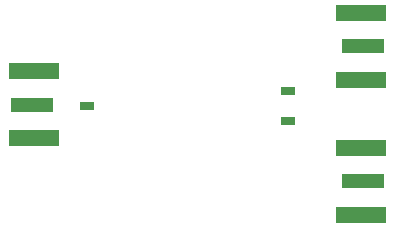
<source format=gbr>
G04 EAGLE Gerber RS-274X export*
G75*
%MOMM*%
%FSLAX34Y34*%
%LPD*%
%INSolderpaste Top*%
%IPPOS*%
%AMOC8*
5,1,8,0,0,1.08239X$1,22.5*%
G01*
%ADD10R,1.270000X0.660400*%
%ADD11R,1.270000X0.635000*%
%ADD12R,3.600000X1.270000*%
%ADD13R,4.200000X1.350000*%


D10*
X617220Y431800D03*
D11*
X787400Y444500D03*
X787400Y419100D03*
D12*
X570230Y433070D03*
D13*
X572230Y461320D03*
X572230Y404820D03*
D12*
X850900Y482600D03*
D13*
X848900Y454350D03*
X848900Y510850D03*
D12*
X850900Y368300D03*
D13*
X848900Y340050D03*
X848900Y396550D03*
M02*

</source>
